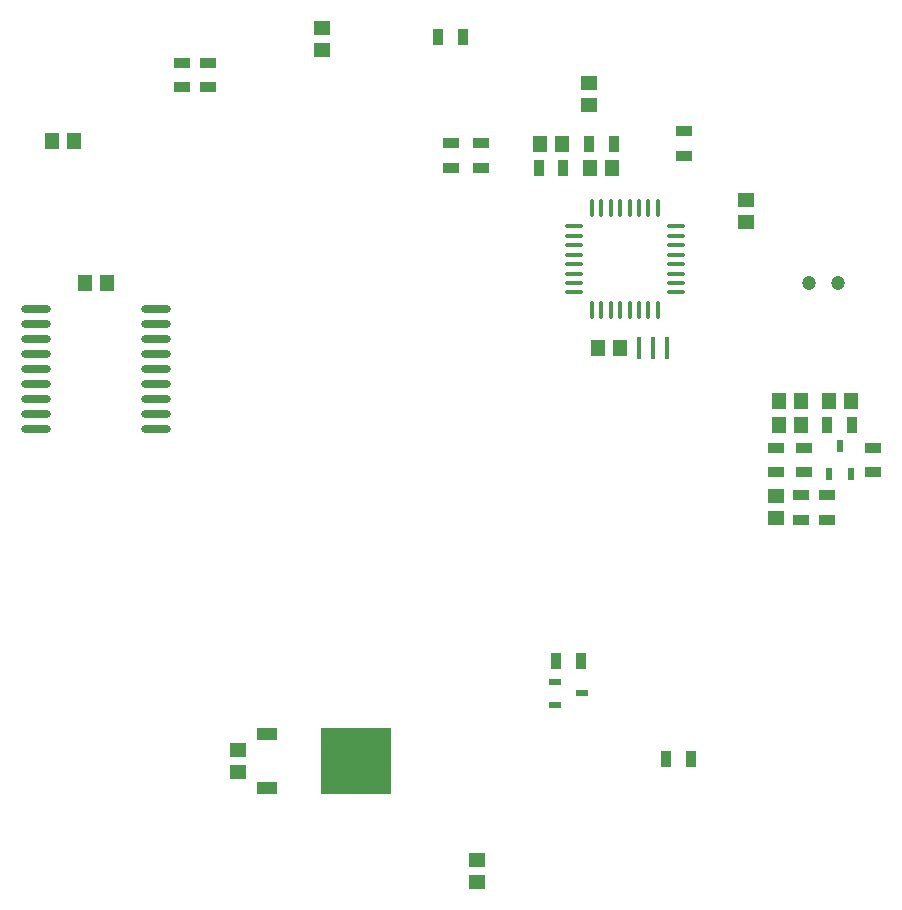
<source format=gtp>
G04 Layer_Color=8421504*
%FSTAX24Y24*%
%MOIN*%
G70*
G01*
G75*
%ADD14R,0.0453X0.0551*%
%ADD15R,0.0532X0.0354*%
%ADD16R,0.0354X0.0532*%
%ADD17R,0.0551X0.0453*%
%ADD18O,0.0984X0.0276*%
%ADD19R,0.0157X0.0748*%
%ADD20O,0.0591X0.0157*%
%ADD21O,0.0157X0.0591*%
%ADD22C,0.0472*%
%ADD23R,0.0394X0.0236*%
%ADD24R,0.2362X0.2205*%
%ADD25R,0.0709X0.0394*%
%ADD26R,0.0236X0.0394*%
D14*
X196423Y145854D02*
D03*
X197151D02*
D03*
X196423Y145067D02*
D03*
X197151D02*
D03*
X174024Y149791D02*
D03*
X173296D02*
D03*
X17219Y15454D02*
D03*
X172919D02*
D03*
X190855Y15363D02*
D03*
X190126D02*
D03*
X188453Y154429D02*
D03*
X189182D02*
D03*
X191121Y147626D02*
D03*
X190392D02*
D03*
X198099Y145854D02*
D03*
X198827D02*
D03*
D15*
X197242Y144302D02*
D03*
Y143476D02*
D03*
X196332D02*
D03*
Y144302D02*
D03*
X198003Y142724D02*
D03*
Y141897D02*
D03*
X19716Y142724D02*
D03*
Y141897D02*
D03*
X177392Y157139D02*
D03*
Y156312D02*
D03*
X176514Y157139D02*
D03*
Y156312D02*
D03*
X193239Y154843D02*
D03*
Y154016D02*
D03*
X185471Y15363D02*
D03*
Y154456D02*
D03*
X186471D02*
D03*
Y15363D02*
D03*
X199546Y143476D02*
D03*
Y144302D02*
D03*
D16*
X198857Y145067D02*
D03*
X19803D02*
D03*
X185884Y157993D02*
D03*
X185058D02*
D03*
X190077Y154429D02*
D03*
X190904D02*
D03*
X189231Y15363D02*
D03*
X188404D02*
D03*
X19264Y133919D02*
D03*
X193467D02*
D03*
X189821Y137193D02*
D03*
X188995D02*
D03*
D17*
X196332Y142675D02*
D03*
Y141947D02*
D03*
X190093Y156461D02*
D03*
Y155733D02*
D03*
X181191Y158294D02*
D03*
Y157566D02*
D03*
X195313Y151819D02*
D03*
Y152547D02*
D03*
X186357Y12984D02*
D03*
Y130569D02*
D03*
X178384Y133483D02*
D03*
Y134211D02*
D03*
D18*
X171658Y144937D02*
D03*
Y145437D02*
D03*
Y145937D02*
D03*
Y146437D02*
D03*
Y146937D02*
D03*
Y147437D02*
D03*
Y147937D02*
D03*
Y148437D02*
D03*
Y148937D02*
D03*
X175661Y148937D02*
D03*
Y148437D02*
D03*
Y147937D02*
D03*
Y147437D02*
D03*
Y146937D02*
D03*
Y146437D02*
D03*
Y145937D02*
D03*
Y145437D02*
D03*
Y144937D02*
D03*
D19*
X192223Y147626D02*
D03*
X192695D02*
D03*
X19175D02*
D03*
D20*
X18958Y149476D02*
D03*
Y149791D02*
D03*
Y150106D02*
D03*
Y150421D02*
D03*
Y150736D02*
D03*
Y151051D02*
D03*
Y151366D02*
D03*
Y151681D02*
D03*
X192976Y151681D02*
D03*
Y151366D02*
D03*
Y151051D02*
D03*
Y150736D02*
D03*
Y150421D02*
D03*
Y150106D02*
D03*
Y149791D02*
D03*
Y149476D02*
D03*
D21*
X190176Y152276D02*
D03*
X190491D02*
D03*
X190806D02*
D03*
X191121D02*
D03*
X191435D02*
D03*
X19175D02*
D03*
X192065D02*
D03*
X19238D02*
D03*
X19238Y148881D02*
D03*
X192065D02*
D03*
X19175D02*
D03*
X191435D02*
D03*
X191121D02*
D03*
X190806D02*
D03*
X190491D02*
D03*
X190176D02*
D03*
D22*
X197407Y149791D02*
D03*
X198391D02*
D03*
D23*
X189862Y13611D02*
D03*
X188954Y135736D02*
D03*
Y136484D02*
D03*
D24*
X18233Y133847D02*
D03*
D25*
X17936Y13295D02*
D03*
Y134745D02*
D03*
D26*
X198443Y144343D02*
D03*
X198817Y143435D02*
D03*
X198069D02*
D03*
M02*

</source>
